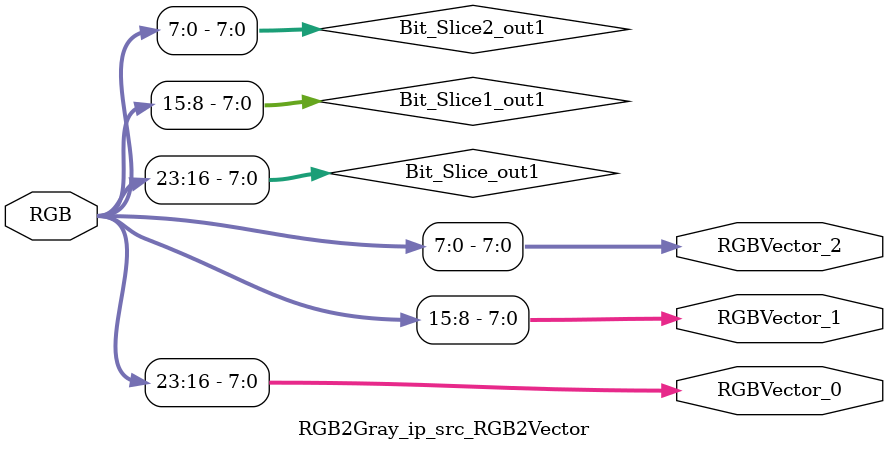
<source format=v>



`timescale 1 ns / 1 ns

module RGB2Gray_ip_src_RGB2Vector
          (RGB,
           RGBVector_0,
           RGBVector_1,
           RGBVector_2);


  input   [31:0] RGB;  // uint32
  output  [7:0] RGBVector_0;  // uint8
  output  [7:0] RGBVector_1;  // uint8
  output  [7:0] RGBVector_2;  // uint8


  wire [7:0] Bit_Slice_out1;  // uint8
  wire [7:0] Bit_Slice1_out1;  // uint8
  wire [7:0] Bit_Slice2_out1;  // uint8

  // RGB represented in
  // 32'hFFRRGGBB


  assign Bit_Slice_out1 = RGB[23:16];



  assign RGBVector_0 = Bit_Slice_out1;

  assign Bit_Slice1_out1 = RGB[15:8];



  assign RGBVector_1 = Bit_Slice1_out1;

  assign Bit_Slice2_out1 = RGB[7:0];



  assign RGBVector_2 = Bit_Slice2_out1;

endmodule  // RGB2Gray_ip_src_RGB2Vector


</source>
